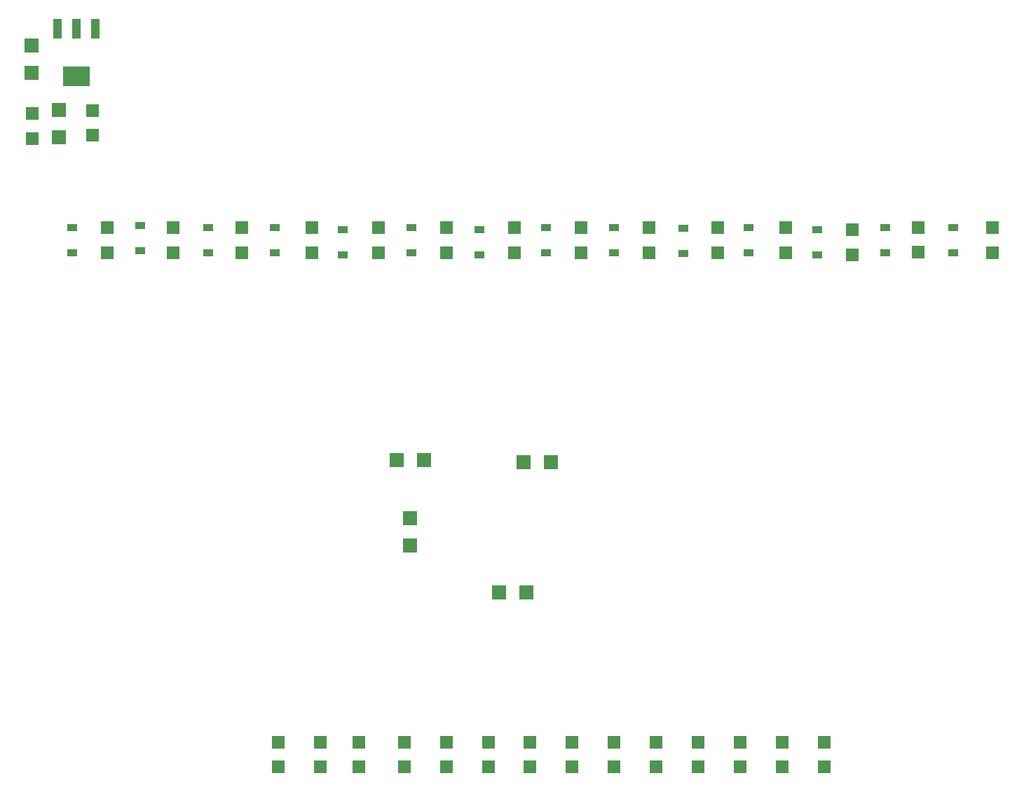
<source format=gbp>
G04*
G04 #@! TF.GenerationSoftware,Altium Limited,Altium Designer,21.3.2 (30)*
G04*
G04 Layer_Color=128*
%FSTAX24Y24*%
%MOIN*%
G70*
G04*
G04 #@! TF.SameCoordinates,7032F62B-6258-4621-937C-C93DEBE01454*
G04*
G04*
G04 #@! TF.FilePolarity,Positive*
G04*
G01*
G75*
%ADD21R,0.0630X0.0591*%
%ADD24R,0.0669X0.0669*%
%ADD28R,0.0669X0.0669*%
%ADD60R,0.1299X0.0945*%
%ADD61R,0.0394X0.0945*%
%ADD62R,0.0472X0.0354*%
%ADD63R,0.0472X0.0354*%
D21*
X01457Y04043D02*
D03*
Y041611D02*
D03*
X01171Y040279D02*
D03*
Y041461D02*
D03*
X05383Y036041D02*
D03*
Y034859D02*
D03*
X023392Y011544D02*
D03*
Y010363D02*
D03*
X049367D02*
D03*
Y011544D02*
D03*
X047369Y010363D02*
D03*
Y011544D02*
D03*
X045371Y010363D02*
D03*
Y011544D02*
D03*
X043373Y010363D02*
D03*
Y011544D02*
D03*
X041375Y010363D02*
D03*
Y011544D02*
D03*
X039377Y010363D02*
D03*
Y011544D02*
D03*
X037379Y010363D02*
D03*
Y011544D02*
D03*
X035381Y010363D02*
D03*
Y011544D02*
D03*
X033383Y010363D02*
D03*
Y011544D02*
D03*
X031385Y010363D02*
D03*
Y011544D02*
D03*
X029387Y010363D02*
D03*
Y011544D02*
D03*
X02722Y010359D02*
D03*
Y011541D02*
D03*
X025391Y010363D02*
D03*
Y011544D02*
D03*
X015256Y036024D02*
D03*
Y034843D02*
D03*
X057382D02*
D03*
Y036024D02*
D03*
X050689Y034744D02*
D03*
Y035925D02*
D03*
X047539Y036024D02*
D03*
Y034843D02*
D03*
X044291Y036024D02*
D03*
Y034843D02*
D03*
X041043Y036024D02*
D03*
Y034843D02*
D03*
X037795Y036024D02*
D03*
Y034843D02*
D03*
X034646Y036024D02*
D03*
Y034843D02*
D03*
X031398Y036024D02*
D03*
Y034843D02*
D03*
X02815Y036024D02*
D03*
Y034843D02*
D03*
X025Y036024D02*
D03*
Y034843D02*
D03*
X021654Y036024D02*
D03*
Y034843D02*
D03*
X018406D02*
D03*
Y036024D02*
D03*
D24*
X01298Y04163D02*
D03*
Y04033D02*
D03*
X01166Y04469D02*
D03*
Y04339D02*
D03*
X02968Y02091D02*
D03*
Y02221D02*
D03*
D28*
X033898Y018662D02*
D03*
X035197D02*
D03*
X035076Y024855D02*
D03*
X036375D02*
D03*
X029033Y024953D02*
D03*
X030332D02*
D03*
D60*
X01379Y043228D02*
D03*
D61*
X014696Y045512D02*
D03*
X01379D02*
D03*
X012884D02*
D03*
D62*
X055512Y034833D02*
D03*
X052264D02*
D03*
X049016Y034735D02*
D03*
X045768Y034833D02*
D03*
X042661Y034801D02*
D03*
X03937Y034833D02*
D03*
X036122D02*
D03*
X032972Y034735D02*
D03*
X029724Y034833D02*
D03*
X026476Y034735D02*
D03*
X023228Y034833D02*
D03*
X020079D02*
D03*
X016831Y034931D02*
D03*
X013583Y034833D02*
D03*
D63*
X055512Y036033D02*
D03*
X052264D02*
D03*
X049016Y035935D02*
D03*
X045768Y036033D02*
D03*
X042661Y036001D02*
D03*
X03937Y036033D02*
D03*
X036122D02*
D03*
X032972Y035935D02*
D03*
X029724Y036033D02*
D03*
X026476Y035935D02*
D03*
X023228Y036033D02*
D03*
X020079D02*
D03*
X016831Y036131D02*
D03*
X013583Y036033D02*
D03*
M02*

</source>
